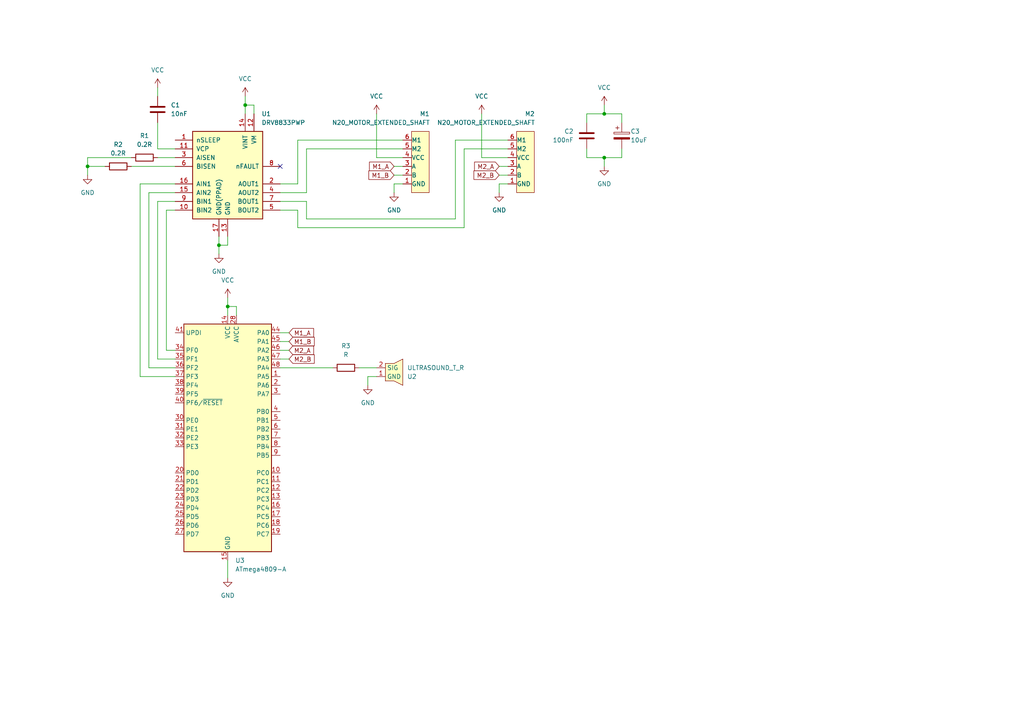
<source format=kicad_sch>
(kicad_sch (version 20230121) (generator eeschema)
  (paper "A4")
  (lib_symbols
    (symbol "Device:C" (pin_numbers hide) (pin_names (offset 0.254))
      (property "Reference" "C" (at 0.635 2.54 0))
      (property "Value" "C" (at 0.635 -2.54 0))
      (symbol "C_0_1"
        (polyline (pts (xy -2.032 -0.762) (xy 2.032 -0.762)) (stroke (width 0.508)))
        (polyline (pts (xy -2.032 0.762) (xy 2.032 0.762)) (stroke (width 0.508)))
      )
      (symbol "C_1_1"
        (pin passive line (at 0 3.81 270) (length 2.794) (name "~") (number "1"))
        (pin passive line (at 0 -3.81 90) (length 2.794) (name "~") (number "2"))
      )
    )
    (symbol "Device:C_Polarized" (pin_numbers hide) (pin_names (offset 0.254))
      (property "Reference" "C" (at 0.635 2.54 0))
      (property "Value" "C_Polarized" (at 0.635 -2.54 0))
      (symbol "C_Polarized_0_1"
        (rectangle (start -2.286 0.508) (end 2.286 1.016))
        (polyline (pts (xy -1.778 2.286) (xy -0.762 2.286)))
        (polyline (pts (xy -1.27 2.794) (xy -1.27 1.778)))
        (rectangle (start 2.286 -0.508) (end -2.286 -1.016) (fill (type outline)))
      )
      (symbol "C_Polarized_1_1"
        (pin passive line (at 0 3.81 270) (length 2.794) (name "~") (number "1"))
        (pin passive line (at 0 -3.81 90) (length 2.794) (name "~") (number "2"))
      )
    )
    (symbol "Device:R" (pin_numbers hide) (pin_names (offset 0))
      (property "Reference" "R" (at 2.032 0 90))
      (property "Value" "R" (at 0 0 90))
      (symbol "R_0_1"
        (rectangle (start -1.016 -2.54) (end 1.016 2.54) (stroke (width 0.254)))
      )
      (symbol "R_1_1"
        (pin passive line (at 0 3.81 270) (length 1.27) (name "~") (number "1"))
        (pin passive line (at 0 -3.81 90) (length 1.27) (name "~") (number "2"))
      )
    )
    (symbol "Driver_Motor:DRV8833PWP" (pin_names (offset 1.016))
      (property "Reference" "U" (at -3.81 16.51 0))
      (property "Value" "DRV8833PWP" (at -3.81 13.97 0))
      (symbol "DRV8833PWP_0_1"
        (rectangle (start -10.16 12.7) (end 10.16 -12.7) (stroke (width 0.254)) (fill (type background)))
      )
      (symbol "DRV8833PWP_1_1"
        (pin input line (at -15.24 10.16 0) (length 5.08) (name "nSLEEP") (number "1"))
        (pin input line (at -15.24 -10.16 0) (length 5.08) (name "BIN2") (number "10"))
        (pin bidirectional line (at -15.24 7.62 0) (length 5.08) (name "VCP") (number "11"))
        (pin power_in line (at 7.62 17.78 270) (length 5.08) (name "VM") (number "12"))
        (pin power_in line (at 0 -17.78 90) (length 5.08) (name "GND") (number "13"))
        (pin power_in line (at 5.08 17.78 270) (length 5.08) (name "VINT") (number "14"))
        (pin input line (at -15.24 -5.08 0) (length 5.08) (name "AIN2") (number "15"))
        (pin input line (at -15.24 -2.54 0) (length 5.08) (name "AIN1") (number "16"))
        (pin power_in line (at -2.54 -17.78 90) (length 5.08) (name "GND(PPAD)") (number "17"))
        (pin power_out line (at 15.24 -2.54 180) (length 5.08) (name "AOUT1") (number "2"))
        (pin bidirectional line (at -15.24 5.08 0) (length 5.08) (name "AISEN") (number "3"))
        (pin power_out line (at 15.24 -5.08 180) (length 5.08) (name "AOUT2") (number "4"))
        (pin power_out line (at 15.24 -10.16 180) (length 5.08) (name "BOUT2") (number "5"))
        (pin bidirectional line (at -15.24 2.54 0) (length 5.08) (name "BISEN") (number "6"))
        (pin power_out line (at 15.24 -7.62 180) (length 5.08) (name "BOUT1") (number "7"))
        (pin open_collector line (at 15.24 2.54 180) (length 5.08) (name "nFAULT") (number "8"))
        (pin input line (at -15.24 -7.62 0) (length 5.08) (name "BIN1") (number "9"))
      )
    )
    (symbol "MCU_Microchip_ATmega:ATmega4809-A"
      (property "Reference" "U" (at -12.7 34.29 0))
      (property "Value" "ATmega4809-A" (at 2.54 -34.29 0))
      (symbol "ATmega4809-A_0_1"
        (rectangle (start -12.7 -33.02) (end 12.7 33.02) (stroke (width 0.254)) (fill (type background)))
      )
      (symbol "ATmega4809-A_1_1"
        (pin bidirectional line (at 15.24 17.78 180) (length 2.54) (name "PA5") (number "1"))
        (pin bidirectional line (at 15.24 -10.16 180) (length 2.54) (name "PC0") (number "10"))
        (pin bidirectional line (at 15.24 -12.7 180) (length 2.54) (name "PC1") (number "11"))
        (pin bidirectional line (at 15.24 -15.24 180) (length 2.54) (name "PC2") (number "12"))
        (pin bidirectional line (at 15.24 -17.78 180) (length 2.54) (name "PC3") (number "13"))
        (pin power_in line (at 0 35.56 270) (length 2.54) (name "VCC") (number "14"))
        (pin power_in line (at 0 -35.56 90) (length 2.54) (name "GND") (number "15"))
        (pin bidirectional line (at 15.24 -20.32 180) (length 2.54) (name "PC4") (number "16"))
        (pin bidirectional line (at 15.24 -22.86 180) (length 2.54) (name "PC5") (number "17"))
        (pin bidirectional line (at 15.24 -25.4 180) (length 2.54) (name "PC6") (number "18"))
        (pin bidirectional line (at 15.24 -27.94 180) (length 2.54) (name "PC7") (number "19"))
        (pin bidirectional line (at 15.24 15.24 180) (length 2.54) (name "PA6") (number "2"))
        (pin bidirectional line (at -15.24 -10.16 0) (length 2.54) (name "PD0") (number "20"))
        (pin bidirectional line (at -15.24 -12.7 0) (length 2.54) (name "PD1") (number "21"))
        (pin bidirectional line (at -15.24 -15.24 0) (length 2.54) (name "PD2") (number "22"))
        (pin bidirectional line (at -15.24 -17.78 0) (length 2.54) (name "PD3") (number "23"))
        (pin bidirectional line (at -15.24 -20.32 0) (length 2.54) (name "PD4") (number "24"))
        (pin bidirectional line (at -15.24 -22.86 0) (length 2.54) (name "PD5") (number "25"))
        (pin bidirectional line (at -15.24 -25.4 0) (length 2.54) (name "PD6") (number "26"))
        (pin bidirectional line (at -15.24 -27.94 0) (length 2.54) (name "PD7") (number "27"))
        (pin power_in line (at 2.54 35.56 270) (length 2.54) (name "AVCC") (number "28"))
        (pin passive line (at 0 -35.56 90) (length 2.54) hide (name "GND") (number "29"))
        (pin bidirectional line (at 15.24 12.7 180) (length 2.54) (name "PA7") (number "3"))
        (pin bidirectional line (at -15.24 5.08 0) (length 2.54) (name "PE0") (number "30"))
        (pin bidirectional line (at -15.24 2.54 0) (length 2.54) (name "PE1") (number "31"))
        (pin bidirectional line (at -15.24 0 0) (length 2.54) (name "PE2") (number "32"))
        (pin bidirectional line (at -15.24 -2.54 0) (length 2.54) (name "PE3") (number "33"))
        (pin bidirectional line (at -15.24 25.4 0) (length 2.54) (name "PF0") (number "34"))
        (pin bidirectional line (at -15.24 22.86 0) (length 2.54) (name "PF1") (number "35"))
        (pin bidirectional line (at -15.24 20.32 0) (length 2.54) (name "PF2") (number "36"))
        (pin bidirectional line (at -15.24 17.78 0) (length 2.54) (name "PF3") (number "37"))
        (pin bidirectional line (at -15.24 15.24 0) (length 2.54) (name "PF4") (number "38"))
        (pin bidirectional line (at -15.24 12.7 0) (length 2.54) (name "PF5") (number "39"))
        (pin bidirectional line (at 15.24 7.62 180) (length 2.54) (name "PB0") (number "4"))
        (pin bidirectional line (at -15.24 10.16 0) (length 2.54) (name "PF6/~{RESET}") (number "40"))
        (pin bidirectional line (at -15.24 30.48 0) (length 2.54) (name "UPDI") (number "41"))
        (pin passive line (at 0 35.56 270) (length 2.54) hide (name "VCC") (number "42"))
        (pin passive line (at 0 -35.56 90) (length 2.54) hide (name "GND") (number "43"))
        (pin bidirectional line (at 15.24 30.48 180) (length 2.54) (name "PA0") (number "44"))
        (pin bidirectional line (at 15.24 27.94 180) (length 2.54) (name "PA1") (number "45"))
        (pin bidirectional line (at 15.24 25.4 180) (length 2.54) (name "PA2") (number "46"))
        (pin bidirectional line (at 15.24 22.86 180) (length 2.54) (name "PA3") (number "47"))
        (pin bidirectional line (at 15.24 20.32 180) (length 2.54) (name "PA4") (number "48"))
        (pin bidirectional line (at 15.24 5.08 180) (length 2.54) (name "PB1") (number "5"))
        (pin bidirectional line (at 15.24 2.54 180) (length 2.54) (name "PB2") (number "6"))
        (pin bidirectional line (at 15.24 0 180) (length 2.54) (name "PB3") (number "7"))
        (pin bidirectional line (at 15.24 -2.54 180) (length 2.54) (name "PB4") (number "8"))
        (pin bidirectional line (at 15.24 -5.08 180) (length 2.54) (name "PB5") (number "9"))
      )
    )
    (symbol "pololu:N20_MOTOR_EXTENDED_SHAFT" (pin_names (offset 0.002))
      (property "Reference" "M" (at 2.54 -19.05 0))
      (property "Value" "N20_MOTOR_EXTENDED_SHAFT" (at 13.97 1.27 0))
      (symbol "N20_MOTOR_EXTENDED_SHAFT_0_1"
        (rectangle (start 0 0) (end 5.08 -17.78) (fill (type background)))
      )
      (symbol "N20_MOTOR_EXTENDED_SHAFT_1_1"
        (pin power_in line (at 7.62 -15.24 180) (length 2.54) (name "GND") (number "1"))
        (pin output line (at 7.62 -12.7 180) (length 2.54) (name "B") (number "2"))
        (pin output line (at 7.62 -10.16 180) (length 2.54) (name "A") (number "3"))
        (pin power_in line (at 7.62 -7.62 180) (length 2.54) (name "VCC") (number "4"))
        (pin input line (at 7.62 -5.08 180) (length 2.54) (name "M2") (number "5"))
        (pin input line (at 7.62 -2.54 180) (length 2.54) (name "M1") (number "6"))
      )
    )
    (symbol "pololu:ULTRASOUND_T_R"
      (property "Reference" "U" (at 8.89 -3.81 0))
      (property "Value" "ULTRASOUND_T_R" (at 0 1.27 0))
      (symbol "ULTRASOUND_T_R_1_1"
        (polyline (pts (xy 2.54 -1.27) (xy 2.54 -6.35) (xy 5.08 -6.35) (xy 7.62 -7.62) (xy 7.62 0) (xy 5.08 -1.27) (xy 2.54 -1.27)) (fill (type background)))
        (pin power_in line (at 0 -2.54 0) (length 2.54) (name "GND") (number "1"))
        (pin input line (at 0 -5.08 0) (length 2.54) (name "SIG") (number "2"))
      )
    )
    (symbol "power:GND" (power) (pin_names (offset 0))
      (property "Value" "GND" (at 0 -3.81 0))
      (symbol "GND_0_1"
        (polyline (pts (xy 0 0) (xy 0 -1.27) (xy 1.27 -1.27) (xy 0 -2.54) (xy -1.27 -1.27) (xy 0 -1.27)))
      )
      (symbol "GND_1_1"
        (pin power_in line (at 0 0 270) (length 0) hide (name "GND") (number "1"))
      )
    )
    (symbol "power:VCC" (power) (pin_names (offset 0))
      (property "Value" "VCC" (at 0 3.81 0))
      (symbol "VCC_0_1"
        (polyline (pts (xy -0.762 1.27) (xy 0 2.54)))
        (polyline (pts (xy 0 0) (xy 0 2.54)))
        (polyline (pts (xy 0 2.54) (xy 0.762 1.27)))
      )
      (symbol "VCC_1_1"
        (pin power_in line (at 0 0 90) (length 0) hide (name "VCC") (number "1"))
      )
    )
  )
  (junction (at 71.12 30.48))
  (junction (at 63.5 71.12))
  (junction (at 175.26 45.72))
  (junction (at 175.26 33.02))
  (junction (at 66.04 88.9))
  (junction (at 25.4 48.26))
  (no_connect (at 81.28 48.26))
  (wire (pts (xy 66.04 68.58) (xy 66.04 71.12)))
  (wire (pts (xy 116.84 53.34) (xy 114.3 53.34)))
  (wire (pts (xy 144.78 55.88) (xy 144.78 53.34)))
  (wire (pts (xy 38.1 45.72) (xy 25.4 45.72)))
  (wire (pts (xy 88.9 55.88) (xy 88.9 43.18)))
  (wire (pts (xy 43.18 106.68) (xy 50.8 106.68)))
  (wire (pts (xy 180.34 43.18) (xy 180.34 45.72)))
  (wire (pts (xy 147.32 45.72) (xy 139.7 45.72)))
  (wire (pts (xy 66.04 88.9) (xy 68.58 88.9)))
  (wire (pts (xy 106.68 109.22) (xy 109.22 109.22)))
  (wire (pts (xy 134.62 66.04) (xy 134.62 43.18)))
  (wire (pts (xy 147.32 53.34) (xy 144.78 53.34)))
  (wire (pts (xy 25.4 48.26) (xy 25.4 50.8)))
  (wire (pts (xy 88.9 63.5) (xy 132.08 63.5)))
  (wire (pts (xy 170.18 33.02) (xy 175.26 33.02)))
  (wire (pts (xy 144.78 50.8) (xy 147.32 50.8)))
  (wire (pts (xy 71.12 30.48) (xy 71.12 33.02)))
  (wire (pts (xy 48.26 60.96) (xy 50.8 60.96)))
  (wire (pts (xy 88.9 43.18) (xy 116.84 43.18)))
  (wire (pts (xy 66.04 162.56) (xy 66.04 167.64)))
  (wire (pts (xy 66.04 86.36) (xy 66.04 88.9)))
  (wire (pts (xy 134.62 43.18) (xy 147.32 43.18)))
  (wire (pts (xy 63.5 71.12) (xy 66.04 71.12)))
  (wire (pts (xy 109.22 33.02) (xy 109.22 45.72)))
  (wire (pts (xy 180.34 33.02) (xy 175.26 33.02)))
  (wire (pts (xy 81.28 101.6) (xy 83.82 101.6)))
  (wire (pts (xy 50.8 55.88) (xy 43.18 55.88)))
  (wire (pts (xy 180.34 35.56) (xy 180.34 33.02)))
  (wire (pts (xy 81.28 55.88) (xy 88.9 55.88)))
  (wire (pts (xy 86.36 60.96) (xy 86.36 66.04)))
  (wire (pts (xy 63.5 71.12) (xy 63.5 73.66)))
  (wire (pts (xy 71.12 27.94) (xy 71.12 30.48)))
  (wire (pts (xy 38.1 48.26) (xy 50.8 48.26)))
  (wire (pts (xy 50.8 53.34) (xy 40.64 53.34)))
  (wire (pts (xy 114.3 55.88) (xy 114.3 53.34)))
  (wire (pts (xy 106.68 111.76) (xy 106.68 109.22)))
  (wire (pts (xy 73.66 30.48) (xy 71.12 30.48)))
  (wire (pts (xy 175.26 45.72) (xy 175.26 48.26)))
  (wire (pts (xy 170.18 43.18) (xy 170.18 45.72)))
  (wire (pts (xy 73.66 33.02) (xy 73.66 30.48)))
  (wire (pts (xy 88.9 58.42) (xy 88.9 63.5)))
  (wire (pts (xy 45.72 43.18) (xy 50.8 43.18)))
  (wire (pts (xy 40.64 53.34) (xy 40.64 109.22)))
  (wire (pts (xy 25.4 45.72) (xy 25.4 48.26)))
  (wire (pts (xy 114.3 48.26) (xy 116.84 48.26)))
  (wire (pts (xy 81.28 60.96) (xy 86.36 60.96)))
  (wire (pts (xy 170.18 45.72) (xy 175.26 45.72)))
  (wire (pts (xy 48.26 101.6) (xy 48.26 60.96)))
  (wire (pts (xy 114.3 50.8) (xy 116.84 50.8)))
  (wire (pts (xy 81.28 99.06) (xy 83.82 99.06)))
  (wire (pts (xy 170.18 35.56) (xy 170.18 33.02)))
  (wire (pts (xy 86.36 40.64) (xy 86.36 53.34)))
  (wire (pts (xy 86.36 66.04) (xy 134.62 66.04)))
  (wire (pts (xy 40.64 109.22) (xy 50.8 109.22)))
  (wire (pts (xy 45.72 35.56) (xy 45.72 43.18)))
  (wire (pts (xy 132.08 63.5) (xy 132.08 40.64)))
  (wire (pts (xy 81.28 96.52) (xy 83.82 96.52)))
  (wire (pts (xy 116.84 45.72) (xy 109.22 45.72)))
  (wire (pts (xy 66.04 88.9) (xy 66.04 91.44)))
  (wire (pts (xy 50.8 101.6) (xy 48.26 101.6)))
  (wire (pts (xy 25.4 48.26) (xy 30.48 48.26)))
  (wire (pts (xy 81.28 58.42) (xy 88.9 58.42)))
  (wire (pts (xy 45.72 45.72) (xy 50.8 45.72)))
  (wire (pts (xy 45.72 25.4) (xy 45.72 27.94)))
  (wire (pts (xy 180.34 45.72) (xy 175.26 45.72)))
  (wire (pts (xy 45.72 58.42) (xy 45.72 104.14)))
  (wire (pts (xy 144.78 48.26) (xy 147.32 48.26)))
  (wire (pts (xy 86.36 53.34) (xy 81.28 53.34)))
  (wire (pts (xy 63.5 68.58) (xy 63.5 71.12)))
  (wire (pts (xy 43.18 55.88) (xy 43.18 106.68)))
  (wire (pts (xy 86.36 40.64) (xy 116.84 40.64)))
  (wire (pts (xy 104.14 106.68) (xy 109.22 106.68)))
  (wire (pts (xy 68.58 91.44) (xy 68.58 88.9)))
  (wire (pts (xy 45.72 104.14) (xy 50.8 104.14)))
  (wire (pts (xy 81.28 104.14) (xy 83.82 104.14)))
  (wire (pts (xy 50.8 58.42) (xy 45.72 58.42)))
  (wire (pts (xy 132.08 40.64) (xy 147.32 40.64)))
  (wire (pts (xy 139.7 33.02) (xy 139.7 45.72)))
  (wire (pts (xy 175.26 33.02) (xy 175.26 30.48)))
  (wire (pts (xy 81.28 106.68) (xy 96.52 106.68)))
  (global_label "M1_B" (shape input) (at 114.3 50.8 180) (property "Intersheetrefs" "${INTERSHEET_REFS}" (effects hide)))
  (global_label "M2_A" (shape input) (at 83.82 101.6 0) (property "Intersheetrefs" "${INTERSHEET_REFS}" (effects hide)))
  (global_label "M2_B" (shape input) (at 83.82 104.14 0) (property "Intersheetrefs" "${INTERSHEET_REFS}" (effects hide)))
  (global_label "M2_B" (shape input) (at 144.78 50.8 180) (property "Intersheetrefs" "${INTERSHEET_REFS}" (effects hide)))
  (global_label "M1_B" (shape input) (at 83.82 99.06 0) (property "Intersheetrefs" "${INTERSHEET_REFS}" (effects hide)))
  (global_label "M1_A" (shape input) (at 114.3 48.26 180) (property "Intersheetrefs" "${INTERSHEET_REFS}" (effects hide)))
  (global_label "M2_A" (shape input) (at 144.78 48.26 180) (property "Intersheetrefs" "${INTERSHEET_REFS}" (effects hide)))
  (global_label "M1_A" (shape input) (at 83.82 96.52 0) (property "Intersheetrefs" "${INTERSHEET_REFS}" (effects hide)))
  (symbol (lib_id "power:GND") (at 66.04 167.64 0) (mirror y) (unit 1)
    (property "Reference" "#PWR07" (effects hide))
    (property "Value" "GND" (at 66.04 172.72 0))
  )
  (symbol (lib_id "power:VCC") (at 45.72 25.4 0) (mirror y) (unit 1)
    (property "Reference" "#PWR05" (effects hide))
    (property "Value" "VCC" (at 45.72 20.32 0))
  )
  (symbol (lib_id "Driver_Motor:DRV8833PWP") (at 66.04 50.8 0) (unit 1)
    (property "Reference" "U1" (at 75.8541 33.02 0) (effects (justify left)))
    (property "Value" "DRV8833PWP" (at 75.8541 35.56 0) (effects (justify left)))
    (property "Footprint" "Package_SO:HTSSOP-16-1EP_4.4x5mm_P0.65mm_EP3.4x5mm_Mask2.46x2.31mm_ThermalVias" (effects hide))
    (property "Datasheet" "http://www.ti.com/lit/ds/symlink/drv8833.pdf" (effects hide))
  )
  (symbol (lib_id "power:VCC") (at 175.26 30.48 0) (mirror y) (unit 1)
    (property "Reference" "#PWR010" (effects hide))
    (property "Value" "VCC" (at 175.26 25.4 0))
  )
  (symbol (lib_id "power:GND") (at 144.78 55.88 0) (mirror y) (unit 1)
    (property "Reference" "#PWR01" (effects hide))
    (property "Value" "GND" (at 144.78 60.96 0))
  )
  (symbol (lib_id "power:GND") (at 25.4 50.8 0) (mirror y) (unit 1)
    (property "Reference" "#PWR06" (effects hide))
    (property "Value" "GND" (at 25.4 55.88 0))
  )
  (symbol (lib_id "Device:R") (at 41.91 45.72 90) (unit 1)
    (property "Reference" "R1" (at 41.91 39.37 90))
    (property "Value" "0.2R" (at 41.91 41.91 90))
  )
  (symbol (lib_id "power:VCC") (at 71.12 27.94 0) (mirror y) (unit 1)
    (property "Reference" "#PWR04" (effects hide))
    (property "Value" "VCC" (at 71.12 22.86 0))
  )
  (symbol (lib_id "pololu:ULTRASOUND_T_R") (at 109.22 111.76 0) (mirror x) (unit 1)
    (property "Reference" "U2" (at 118.11 109.22 0) (effects (justify left)))
    (property "Value" "ULTRASOUND_T_R" (at 118.11 106.68 0) (effects (justify left)))
    (property "Footprint" "pololu:ULTRASOUND_T_R" (effects hide))
  )
  (symbol (lib_id "Device:C") (at 45.72 31.75 0) (unit 1)
    (property "Reference" "C1" (at 49.53 30.48 0) (effects (justify left)))
    (property "Value" "10nF" (at 49.53 33.02 0) (effects (justify left)))
  )
  (symbol (lib_id "power:GND") (at 175.26 48.26 0) (mirror y) (unit 1)
    (property "Reference" "#PWR011" (effects hide))
    (property "Value" "GND" (at 175.26 53.34 0))
  )
  (symbol (lib_id "Device:R") (at 34.29 48.26 90) (unit 1)
    (property "Reference" "R2" (at 34.29 41.91 90))
    (property "Value" "0.2R" (at 34.29 44.45 90))
  )
  (symbol (lib_id "MCU_Microchip_ATmega:ATmega4809-A") (at 66.04 127 0) (unit 1)
    (property "Reference" "U3" (at 68.2341 162.56 0) (effects (justify left)))
    (property "Value" "ATmega4809-A" (at 68.2341 165.1 0) (effects (justify left)))
    (property "Footprint" "Package_QFP:TQFP-48_7x7mm_P0.5mm" (effects hide))
    (property "Datasheet" "http://ww1.microchip.com/downloads/en/DeviceDoc/40002016A.pdf" (effects hide))
  )
  (symbol (lib_id "power:GND") (at 63.5 73.66 0) (mirror y) (unit 1)
    (property "Reference" "#PWR03" (effects hide))
    (property "Value" "GND" (at 63.5 78.74 0))
  )
  (symbol (lib_id "power:VCC") (at 109.22 33.02 0) (mirror y) (unit 1)
    (property "Reference" "#PWR0101" (effects hide))
    (property "Value" "VCC" (at 109.22 27.94 0))
  )
  (symbol (lib_id "Device:C") (at 170.18 39.37 0) (mirror y) (unit 1)
    (property "Reference" "C2" (at 166.37 38.1 0) (effects (justify left)))
    (property "Value" "100nF" (at 166.37 40.64 0) (effects (justify left)))
  )
  (symbol (lib_id "power:VCC") (at 139.7 33.02 0) (mirror y) (unit 1)
    (property "Reference" "#PWR02" (effects hide))
    (property "Value" "VCC" (at 139.7 27.94 0))
  )
  (symbol (lib_id "power:GND") (at 106.68 111.76 0) (mirror y) (unit 1)
    (property "Reference" "#PWR09" (effects hide))
    (property "Value" "GND" (at 106.68 116.84 0))
  )
  (symbol (lib_id "power:VCC") (at 66.04 86.36 0) (mirror y) (unit 1)
    (property "Reference" "#PWR08" (effects hide))
    (property "Value" "VCC" (at 66.04 81.28 0))
  )
  (symbol (lib_id "power:GND") (at 114.3 55.88 0) (mirror y) (unit 1)
    (property "Reference" "#PWR0102" (effects hide))
    (property "Value" "GND" (at 114.3 60.96 0))
  )
  (symbol (lib_id "Device:R") (at 100.33 106.68 90) (unit 1)
    (property "Reference" "R3" (at 100.33 100.33 90))
    (property "Value" "R" (at 100.33 102.87 90))
  )
  (symbol (lib_id "pololu:N20_MOTOR_EXTENDED_SHAFT") (at 154.94 38.1 0) (mirror y) (unit 1)
    (property "Reference" "M2" (at 153.67 33.02 0))
    (property "Value" "N20_MOTOR_EXTENDED_SHAFT" (at 140.97 35.56 0))
    (property "Footprint" "pololu:N20_EXTENDED_SHAFT" (effects hide))
  )
  (symbol (lib_id "pololu:N20_MOTOR_EXTENDED_SHAFT") (at 124.46 38.1 0) (mirror y) (unit 1)
    (property "Reference" "M1" (at 123.19 33.02 0))
    (property "Value" "N20_MOTOR_EXTENDED_SHAFT" (at 110.49 35.56 0))
    (property "Footprint" "pololu:N20_EXTENDED_SHAFT" (effects hide))
  )
  (symbol (lib_id "Device:C_Polarized") (at 180.34 39.37 0) (unit 1)
    (property "Reference" "C3" (at 182.88 38.1 0) (effects (justify left)))
    (property "Value" "10uF" (at 182.88 40.64 0) (effects (justify left)))
  )
)
</source>
